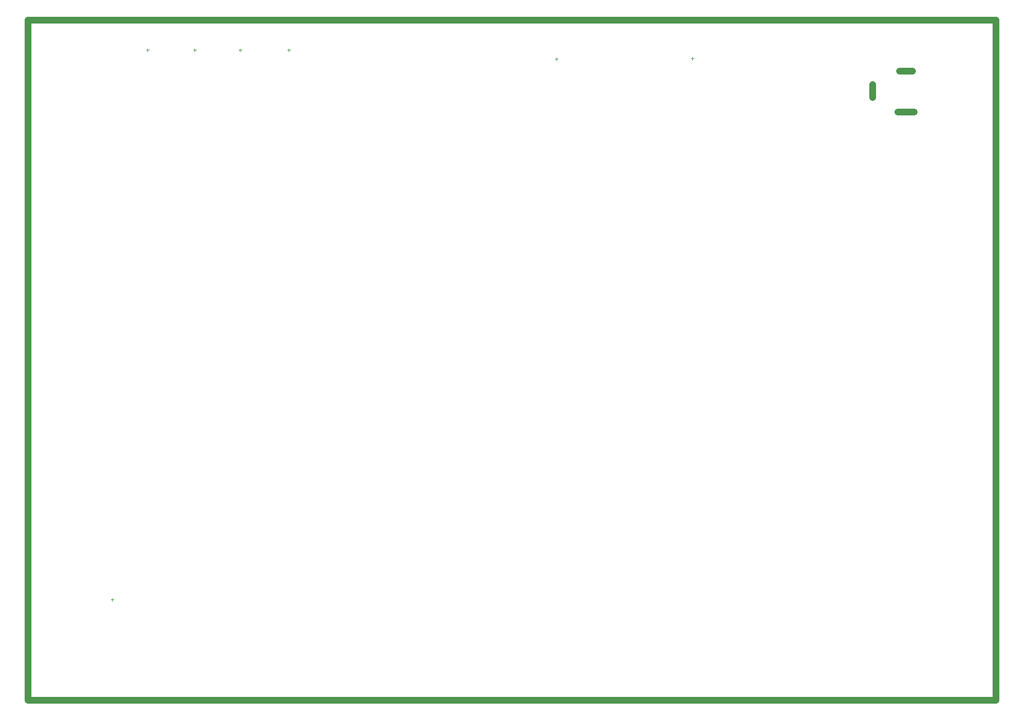
<source format=gko>
G04 Layer_Color=16711935*
%FSLAX44Y44*%
%MOMM*%
G71*
G01*
G75*
%ADD47C,0.1000*%
%ADD48C,1.0000*%
%ADD69C,1.0160*%
D47*
X76900Y106520D02*
X80900D01*
X78900Y104520D02*
Y108520D01*
X953200Y924400D02*
X957200D01*
X955200Y922400D02*
Y926400D01*
X749780Y921660D02*
Y925660D01*
X747780Y923660D02*
X751780D01*
X132240Y935100D02*
Y939100D01*
X130240Y937100D02*
X134240D01*
X343600D02*
X347600D01*
X345600Y935100D02*
Y939100D01*
X269940Y937100D02*
X273940D01*
X271940Y935100D02*
Y939100D01*
X201360Y937100D02*
X205360D01*
X203360Y935100D02*
Y939100D01*
D48*
X1265280Y843280D02*
X1290280D01*
X1227780Y865281D02*
Y885280D01*
X1267780Y905280D02*
X1287780D01*
D69*
X-48862Y-45880D02*
Y982000D01*
Y-45880D02*
X1414000D01*
Y982000D01*
X-48862D02*
X1414000D01*
M02*

</source>
